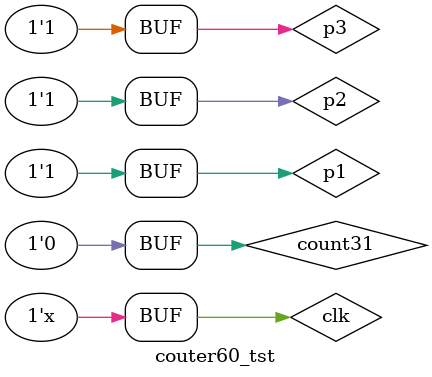
<source format=v>
`timescale 1ns / 1ps



module couter60_tst();
    reg p1;
    reg p2;
    reg p3;
    reg count31;
    reg clk;
    wire [2:0] index;
    wire mark;
    
    initial begin
        clk=0;
        p1=0;
        p2=0;
        p3=0;
        count31=0;
        // ³õÊ¼»¯, ºóÀ´·ÂÕæÊý¾Ý´«Êä¹ý³Ì
        #500 count31=1;
        #500 count31=0;
        #100 p1=1;
        #200 p2=1;
        #300 p3=1;
        #500 p1=0;p2=0;p3=0;
        #5000 count31=1;
        #500 count31=0;
        #100 p2=1;
        #200 p1=1;
        #300 p3=1;
    end
    
    always begin
        #50
        clk<=~clk;
    end
    
    
    
     CtrlLogic cl(  //¿´¿´Ë­ÏÈÇÀµ½
           .p1(p1),
           .p2(p2),
           .p3(p3),
           .h0(count31),
           .clk(clk),
           .index(index),
           .marked(mark)
           );


endmodule

</source>
